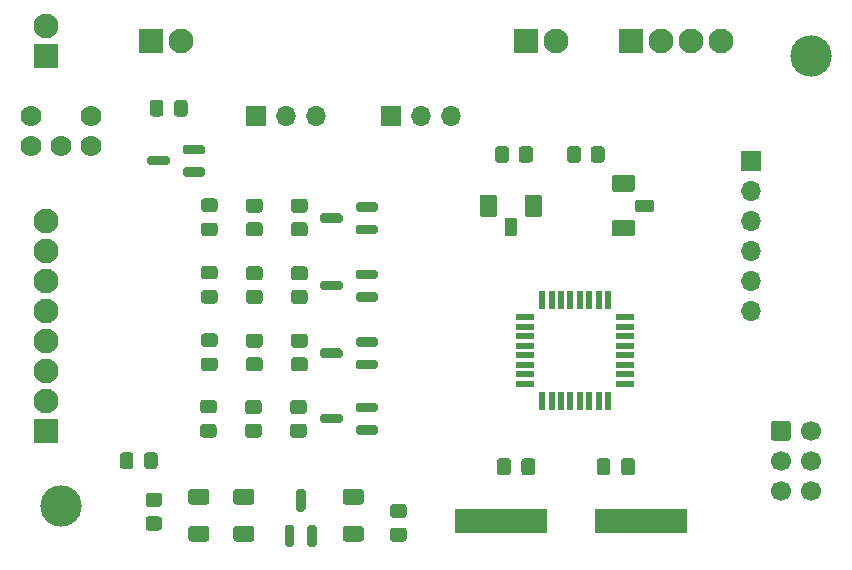
<source format=gts>
G04 #@! TF.GenerationSoftware,KiCad,Pcbnew,8.0.9-8.0.9-0~ubuntu22.04.1*
G04 #@! TF.CreationDate,2025-03-10T17:04:53-04:00*
G04 #@! TF.ProjectId,sfx-202502,7366782d-3230-4323-9530-322e6b696361,rev?*
G04 #@! TF.SameCoordinates,Original*
G04 #@! TF.FileFunction,Soldermask,Top*
G04 #@! TF.FilePolarity,Negative*
%FSLAX46Y46*%
G04 Gerber Fmt 4.6, Leading zero omitted, Abs format (unit mm)*
G04 Created by KiCad (PCBNEW 8.0.9-8.0.9-0~ubuntu22.04.1) date 2025-03-10 17:04:53*
%MOMM*%
%LPD*%
G01*
G04 APERTURE LIST*
%ADD10R,1.700000X1.700000*%
%ADD11O,1.700000X1.700000*%
%ADD12R,1.600000X0.550000*%
%ADD13R,0.550000X1.600000*%
%ADD14R,2.100000X2.100000*%
%ADD15C,2.100000*%
%ADD16C,3.500000*%
%ADD17R,7.875000X2.000000*%
%ADD18C,1.778000*%
%ADD19C,1.700000*%
G04 APERTURE END LIST*
G36*
G01*
X124899000Y-90983000D02*
X125799000Y-90983000D01*
G75*
G02*
X126049000Y-91233000I0J-250000D01*
G01*
X126049000Y-91933000D01*
G75*
G02*
X125799000Y-92183000I-250000J0D01*
G01*
X124899000Y-92183000D01*
G75*
G02*
X124649000Y-91933000I0J250000D01*
G01*
X124649000Y-91233000D01*
G75*
G02*
X124899000Y-90983000I250000J0D01*
G01*
G37*
G36*
G01*
X124899000Y-92983000D02*
X125799000Y-92983000D01*
G75*
G02*
X126049000Y-93233000I0J-250000D01*
G01*
X126049000Y-93933000D01*
G75*
G02*
X125799000Y-94183000I-250000J0D01*
G01*
X124899000Y-94183000D01*
G75*
G02*
X124649000Y-93933000I0J250000D01*
G01*
X124649000Y-93233000D01*
G75*
G02*
X124899000Y-92983000I250000J0D01*
G01*
G37*
G36*
G01*
X166090000Y-88298000D02*
X166090000Y-89248000D01*
G75*
G02*
X165840000Y-89498000I-250000J0D01*
G01*
X165165000Y-89498000D01*
G75*
G02*
X164915000Y-89248000I0J250000D01*
G01*
X164915000Y-88298000D01*
G75*
G02*
X165165000Y-88048000I250000J0D01*
G01*
X165840000Y-88048000D01*
G75*
G02*
X166090000Y-88298000I0J-250000D01*
G01*
G37*
G36*
G01*
X164015000Y-88298000D02*
X164015000Y-89248000D01*
G75*
G02*
X163765000Y-89498000I-250000J0D01*
G01*
X163090000Y-89498000D01*
G75*
G02*
X162840000Y-89248000I0J250000D01*
G01*
X162840000Y-88298000D01*
G75*
G02*
X163090000Y-88048000I250000J0D01*
G01*
X163765000Y-88048000D01*
G75*
G02*
X164015000Y-88298000I0J-250000D01*
G01*
G37*
G36*
G01*
X130498000Y-80680000D02*
X129598000Y-80680000D01*
G75*
G02*
X129348000Y-80430000I0J250000D01*
G01*
X129348000Y-79780000D01*
G75*
G02*
X129598000Y-79530000I250000J0D01*
G01*
X130498000Y-79530000D01*
G75*
G02*
X130748000Y-79780000I0J-250000D01*
G01*
X130748000Y-80430000D01*
G75*
G02*
X130498000Y-80680000I-250000J0D01*
G01*
G37*
G36*
G01*
X130498000Y-78630000D02*
X129598000Y-78630000D01*
G75*
G02*
X129348000Y-78380000I0J250000D01*
G01*
X129348000Y-77730000D01*
G75*
G02*
X129598000Y-77480000I250000J0D01*
G01*
X130498000Y-77480000D01*
G75*
G02*
X130748000Y-77730000I0J-250000D01*
G01*
X130748000Y-78380000D01*
G75*
G02*
X130498000Y-78630000I-250000J0D01*
G01*
G37*
D10*
X175895000Y-62865000D03*
D11*
X175895000Y-65405000D03*
X175895000Y-67945000D03*
X175895000Y-70485000D03*
X175895000Y-73025000D03*
X175895000Y-75565000D03*
G36*
G01*
X144333000Y-85459000D02*
X144333000Y-85859000D01*
G75*
G02*
X144133000Y-86059000I-200000J0D01*
G01*
X142633000Y-86059000D01*
G75*
G02*
X142433000Y-85859000I0J200000D01*
G01*
X142433000Y-85459000D01*
G75*
G02*
X142633000Y-85259000I200000J0D01*
G01*
X144133000Y-85259000D01*
G75*
G02*
X144333000Y-85459000I0J-200000D01*
G01*
G37*
G36*
G01*
X144333000Y-83559000D02*
X144333000Y-83959000D01*
G75*
G02*
X144133000Y-84159000I-200000J0D01*
G01*
X142633000Y-84159000D01*
G75*
G02*
X142433000Y-83959000I0J200000D01*
G01*
X142433000Y-83559000D01*
G75*
G02*
X142633000Y-83359000I200000J0D01*
G01*
X144133000Y-83359000D01*
G75*
G02*
X144333000Y-83559000I0J-200000D01*
G01*
G37*
G36*
G01*
X141333000Y-84509000D02*
X141333000Y-84909000D01*
G75*
G02*
X141133000Y-85109000I-200000J0D01*
G01*
X139633000Y-85109000D01*
G75*
G02*
X139433000Y-84909000I0J200000D01*
G01*
X139433000Y-84509000D01*
G75*
G02*
X139633000Y-84309000I200000J0D01*
G01*
X141133000Y-84309000D01*
G75*
G02*
X141333000Y-84509000I0J-200000D01*
G01*
G37*
G36*
G01*
X154405000Y-89248000D02*
X154405000Y-88298000D01*
G75*
G02*
X154655000Y-88048000I250000J0D01*
G01*
X155330000Y-88048000D01*
G75*
G02*
X155580000Y-88298000I0J-250000D01*
G01*
X155580000Y-89248000D01*
G75*
G02*
X155330000Y-89498000I-250000J0D01*
G01*
X154655000Y-89498000D01*
G75*
G02*
X154405000Y-89248000I0J250000D01*
G01*
G37*
G36*
G01*
X156480000Y-89248000D02*
X156480000Y-88298000D01*
G75*
G02*
X156730000Y-88048000I250000J0D01*
G01*
X157405000Y-88048000D01*
G75*
G02*
X157655000Y-88298000I0J-250000D01*
G01*
X157655000Y-89248000D01*
G75*
G02*
X157405000Y-89498000I-250000J0D01*
G01*
X156730000Y-89498000D01*
G75*
G02*
X156480000Y-89248000I0J250000D01*
G01*
G37*
D10*
X133985000Y-59055000D03*
D11*
X136525000Y-59055000D03*
X139065000Y-59055000D03*
G36*
G01*
X160325000Y-62785000D02*
X160325000Y-61885000D01*
G75*
G02*
X160575000Y-61635000I250000J0D01*
G01*
X161275000Y-61635000D01*
G75*
G02*
X161525000Y-61885000I0J-250000D01*
G01*
X161525000Y-62785000D01*
G75*
G02*
X161275000Y-63035000I-250000J0D01*
G01*
X160575000Y-63035000D01*
G75*
G02*
X160325000Y-62785000I0J250000D01*
G01*
G37*
G36*
G01*
X162325000Y-62785000D02*
X162325000Y-61885000D01*
G75*
G02*
X162575000Y-61635000I250000J0D01*
G01*
X163275000Y-61635000D01*
G75*
G02*
X163525000Y-61885000I0J-250000D01*
G01*
X163525000Y-62785000D01*
G75*
G02*
X163275000Y-63035000I-250000J0D01*
G01*
X162575000Y-63035000D01*
G75*
G02*
X162325000Y-62785000I0J250000D01*
G01*
G37*
G36*
G01*
X134308000Y-69275000D02*
X133408000Y-69275000D01*
G75*
G02*
X133158000Y-69025000I0J250000D01*
G01*
X133158000Y-68325000D01*
G75*
G02*
X133408000Y-68075000I250000J0D01*
G01*
X134308000Y-68075000D01*
G75*
G02*
X134558000Y-68325000I0J-250000D01*
G01*
X134558000Y-69025000D01*
G75*
G02*
X134308000Y-69275000I-250000J0D01*
G01*
G37*
G36*
G01*
X134308000Y-67275000D02*
X133408000Y-67275000D01*
G75*
G02*
X133158000Y-67025000I0J250000D01*
G01*
X133158000Y-66325000D01*
G75*
G02*
X133408000Y-66075000I250000J0D01*
G01*
X134308000Y-66075000D01*
G75*
G02*
X134558000Y-66325000I0J-250000D01*
G01*
X134558000Y-67025000D01*
G75*
G02*
X134308000Y-67275000I-250000J0D01*
G01*
G37*
G36*
G01*
X138118000Y-80705000D02*
X137218000Y-80705000D01*
G75*
G02*
X136968000Y-80455000I0J250000D01*
G01*
X136968000Y-79755000D01*
G75*
G02*
X137218000Y-79505000I250000J0D01*
G01*
X138118000Y-79505000D01*
G75*
G02*
X138368000Y-79755000I0J-250000D01*
G01*
X138368000Y-80455000D01*
G75*
G02*
X138118000Y-80705000I-250000J0D01*
G01*
G37*
G36*
G01*
X138118000Y-78705000D02*
X137218000Y-78705000D01*
G75*
G02*
X136968000Y-78455000I0J250000D01*
G01*
X136968000Y-77755000D01*
G75*
G02*
X137218000Y-77505000I250000J0D01*
G01*
X138118000Y-77505000D01*
G75*
G02*
X138368000Y-77755000I0J-250000D01*
G01*
X138368000Y-78455000D01*
G75*
G02*
X138118000Y-78705000I-250000J0D01*
G01*
G37*
G36*
G01*
X144333000Y-79905000D02*
X144333000Y-80305000D01*
G75*
G02*
X144133000Y-80505000I-200000J0D01*
G01*
X142633000Y-80505000D01*
G75*
G02*
X142433000Y-80305000I0J200000D01*
G01*
X142433000Y-79905000D01*
G75*
G02*
X142633000Y-79705000I200000J0D01*
G01*
X144133000Y-79705000D01*
G75*
G02*
X144333000Y-79905000I0J-200000D01*
G01*
G37*
G36*
G01*
X144333000Y-78005000D02*
X144333000Y-78405000D01*
G75*
G02*
X144133000Y-78605000I-200000J0D01*
G01*
X142633000Y-78605000D01*
G75*
G02*
X142433000Y-78405000I0J200000D01*
G01*
X142433000Y-78005000D01*
G75*
G02*
X142633000Y-77805000I200000J0D01*
G01*
X144133000Y-77805000D01*
G75*
G02*
X144333000Y-78005000I0J-200000D01*
G01*
G37*
G36*
G01*
X141333000Y-78955000D02*
X141333000Y-79355000D01*
G75*
G02*
X141133000Y-79555000I-200000J0D01*
G01*
X139633000Y-79555000D01*
G75*
G02*
X139433000Y-79355000I0J200000D01*
G01*
X139433000Y-78955000D01*
G75*
G02*
X139633000Y-78755000I200000J0D01*
G01*
X141133000Y-78755000D01*
G75*
G02*
X141333000Y-78955000I0J-200000D01*
G01*
G37*
G36*
G01*
X130419000Y-86300000D02*
X129519000Y-86300000D01*
G75*
G02*
X129269000Y-86050000I0J250000D01*
G01*
X129269000Y-85400000D01*
G75*
G02*
X129519000Y-85150000I250000J0D01*
G01*
X130419000Y-85150000D01*
G75*
G02*
X130669000Y-85400000I0J-250000D01*
G01*
X130669000Y-86050000D01*
G75*
G02*
X130419000Y-86300000I-250000J0D01*
G01*
G37*
G36*
G01*
X130419000Y-84250000D02*
X129519000Y-84250000D01*
G75*
G02*
X129269000Y-84000000I0J250000D01*
G01*
X129269000Y-83350000D01*
G75*
G02*
X129519000Y-83100000I250000J0D01*
G01*
X130419000Y-83100000D01*
G75*
G02*
X130669000Y-83350000I0J-250000D01*
G01*
X130669000Y-84000000D01*
G75*
G02*
X130419000Y-84250000I-250000J0D01*
G01*
G37*
G36*
G01*
X144333000Y-74190000D02*
X144333000Y-74590000D01*
G75*
G02*
X144133000Y-74790000I-200000J0D01*
G01*
X142633000Y-74790000D01*
G75*
G02*
X142433000Y-74590000I0J200000D01*
G01*
X142433000Y-74190000D01*
G75*
G02*
X142633000Y-73990000I200000J0D01*
G01*
X144133000Y-73990000D01*
G75*
G02*
X144333000Y-74190000I0J-200000D01*
G01*
G37*
G36*
G01*
X144333000Y-72290000D02*
X144333000Y-72690000D01*
G75*
G02*
X144133000Y-72890000I-200000J0D01*
G01*
X142633000Y-72890000D01*
G75*
G02*
X142433000Y-72690000I0J200000D01*
G01*
X142433000Y-72290000D01*
G75*
G02*
X142633000Y-72090000I200000J0D01*
G01*
X144133000Y-72090000D01*
G75*
G02*
X144333000Y-72290000I0J-200000D01*
G01*
G37*
G36*
G01*
X141333000Y-73240000D02*
X141333000Y-73640000D01*
G75*
G02*
X141133000Y-73840000I-200000J0D01*
G01*
X139633000Y-73840000D01*
G75*
G02*
X139433000Y-73640000I0J200000D01*
G01*
X139433000Y-73240000D01*
G75*
G02*
X139633000Y-73040000I200000J0D01*
G01*
X141133000Y-73040000D01*
G75*
G02*
X141333000Y-73240000I0J-200000D01*
G01*
G37*
G36*
G01*
X134229000Y-86325000D02*
X133329000Y-86325000D01*
G75*
G02*
X133079000Y-86075000I0J250000D01*
G01*
X133079000Y-85375000D01*
G75*
G02*
X133329000Y-85125000I250000J0D01*
G01*
X134229000Y-85125000D01*
G75*
G02*
X134479000Y-85375000I0J-250000D01*
G01*
X134479000Y-86075000D01*
G75*
G02*
X134229000Y-86325000I-250000J0D01*
G01*
G37*
G36*
G01*
X134229000Y-84325000D02*
X133329000Y-84325000D01*
G75*
G02*
X133079000Y-84075000I0J250000D01*
G01*
X133079000Y-83375000D01*
G75*
G02*
X133329000Y-83125000I250000J0D01*
G01*
X134229000Y-83125000D01*
G75*
G02*
X134479000Y-83375000I0J-250000D01*
G01*
X134479000Y-84075000D01*
G75*
G02*
X134229000Y-84325000I-250000J0D01*
G01*
G37*
G36*
G01*
X128509000Y-90660000D02*
X129809000Y-90660000D01*
G75*
G02*
X130059000Y-90910000I0J-250000D01*
G01*
X130059000Y-91735000D01*
G75*
G02*
X129809000Y-91985000I-250000J0D01*
G01*
X128509000Y-91985000D01*
G75*
G02*
X128259000Y-91735000I0J250000D01*
G01*
X128259000Y-90910000D01*
G75*
G02*
X128509000Y-90660000I250000J0D01*
G01*
G37*
G36*
G01*
X128509000Y-93785000D02*
X129809000Y-93785000D01*
G75*
G02*
X130059000Y-94035000I0J-250000D01*
G01*
X130059000Y-94860000D01*
G75*
G02*
X129809000Y-95110000I-250000J0D01*
G01*
X128509000Y-95110000D01*
G75*
G02*
X128259000Y-94860000I0J250000D01*
G01*
X128259000Y-94035000D01*
G75*
G02*
X128509000Y-93785000I250000J0D01*
G01*
G37*
G36*
G01*
X144333000Y-68475000D02*
X144333000Y-68875000D01*
G75*
G02*
X144133000Y-69075000I-200000J0D01*
G01*
X142633000Y-69075000D01*
G75*
G02*
X142433000Y-68875000I0J200000D01*
G01*
X142433000Y-68475000D01*
G75*
G02*
X142633000Y-68275000I200000J0D01*
G01*
X144133000Y-68275000D01*
G75*
G02*
X144333000Y-68475000I0J-200000D01*
G01*
G37*
G36*
G01*
X144333000Y-66575000D02*
X144333000Y-66975000D01*
G75*
G02*
X144133000Y-67175000I-200000J0D01*
G01*
X142633000Y-67175000D01*
G75*
G02*
X142433000Y-66975000I0J200000D01*
G01*
X142433000Y-66575000D01*
G75*
G02*
X142633000Y-66375000I200000J0D01*
G01*
X144133000Y-66375000D01*
G75*
G02*
X144333000Y-66575000I0J-200000D01*
G01*
G37*
G36*
G01*
X141333000Y-67525000D02*
X141333000Y-67925000D01*
G75*
G02*
X141133000Y-68125000I-200000J0D01*
G01*
X139633000Y-68125000D01*
G75*
G02*
X139433000Y-67925000I0J200000D01*
G01*
X139433000Y-67525000D01*
G75*
G02*
X139633000Y-67325000I200000J0D01*
G01*
X141133000Y-67325000D01*
G75*
G02*
X141333000Y-67525000I0J-200000D01*
G01*
G37*
D12*
X156780000Y-76135000D03*
X156780000Y-76935000D03*
X156780000Y-77735000D03*
X156780000Y-78535000D03*
X156780000Y-79335000D03*
X156780000Y-80135000D03*
X156780000Y-80935000D03*
X156780000Y-81735000D03*
D13*
X158230000Y-83185000D03*
X159030000Y-83185000D03*
X159830000Y-83185000D03*
X160630000Y-83185000D03*
X161430000Y-83185000D03*
X162230000Y-83185000D03*
X163030000Y-83185000D03*
X163830000Y-83185000D03*
D12*
X165280000Y-81735000D03*
X165280000Y-80935000D03*
X165280000Y-80135000D03*
X165280000Y-79335000D03*
X165280000Y-78535000D03*
X165280000Y-77735000D03*
X165280000Y-76935000D03*
X165280000Y-76135000D03*
D13*
X163830000Y-74685000D03*
X163030000Y-74685000D03*
X162230000Y-74685000D03*
X161430000Y-74685000D03*
X160630000Y-74685000D03*
X159830000Y-74685000D03*
X159030000Y-74685000D03*
X158230000Y-74685000D03*
G36*
G01*
X137045000Y-95565000D02*
X136645000Y-95565000D01*
G75*
G02*
X136445000Y-95365000I0J200000D01*
G01*
X136445000Y-93865000D01*
G75*
G02*
X136645000Y-93665000I200000J0D01*
G01*
X137045000Y-93665000D01*
G75*
G02*
X137245000Y-93865000I0J-200000D01*
G01*
X137245000Y-95365000D01*
G75*
G02*
X137045000Y-95565000I-200000J0D01*
G01*
G37*
G36*
G01*
X138945000Y-95565000D02*
X138545000Y-95565000D01*
G75*
G02*
X138345000Y-95365000I0J200000D01*
G01*
X138345000Y-93865000D01*
G75*
G02*
X138545000Y-93665000I200000J0D01*
G01*
X138945000Y-93665000D01*
G75*
G02*
X139145000Y-93865000I0J-200000D01*
G01*
X139145000Y-95365000D01*
G75*
G02*
X138945000Y-95565000I-200000J0D01*
G01*
G37*
G36*
G01*
X137995000Y-92565000D02*
X137595000Y-92565000D01*
G75*
G02*
X137395000Y-92365000I0J200000D01*
G01*
X137395000Y-90865000D01*
G75*
G02*
X137595000Y-90665000I200000J0D01*
G01*
X137995000Y-90665000D01*
G75*
G02*
X138195000Y-90865000I0J-200000D01*
G01*
X138195000Y-92365000D01*
G75*
G02*
X137995000Y-92565000I-200000J0D01*
G01*
G37*
G36*
G01*
X138118000Y-74990000D02*
X137218000Y-74990000D01*
G75*
G02*
X136968000Y-74740000I0J250000D01*
G01*
X136968000Y-74040000D01*
G75*
G02*
X137218000Y-73790000I250000J0D01*
G01*
X138118000Y-73790000D01*
G75*
G02*
X138368000Y-74040000I0J-250000D01*
G01*
X138368000Y-74740000D01*
G75*
G02*
X138118000Y-74990000I-250000J0D01*
G01*
G37*
G36*
G01*
X138118000Y-72990000D02*
X137218000Y-72990000D01*
G75*
G02*
X136968000Y-72740000I0J250000D01*
G01*
X136968000Y-72040000D01*
G75*
G02*
X137218000Y-71790000I250000J0D01*
G01*
X138118000Y-71790000D01*
G75*
G02*
X138368000Y-72040000I0J-250000D01*
G01*
X138368000Y-72740000D01*
G75*
G02*
X138118000Y-72990000I-250000J0D01*
G01*
G37*
G36*
G01*
X156773000Y-67525000D02*
X156773000Y-65825000D01*
G75*
G02*
X156875000Y-65723000I102000J0D01*
G01*
X158075000Y-65723000D01*
G75*
G02*
X158177000Y-65825000I0J-102000D01*
G01*
X158177000Y-67525000D01*
G75*
G02*
X158075000Y-67627000I-102000J0D01*
G01*
X156875000Y-67627000D01*
G75*
G02*
X156773000Y-67525000I0J102000D01*
G01*
G37*
G36*
G01*
X152973000Y-67525000D02*
X152973000Y-65825000D01*
G75*
G02*
X153075000Y-65723000I102000J0D01*
G01*
X154275000Y-65723000D01*
G75*
G02*
X154377000Y-65825000I0J-102000D01*
G01*
X154377000Y-67525000D01*
G75*
G02*
X154275000Y-67627000I-102000J0D01*
G01*
X153075000Y-67627000D01*
G75*
G02*
X152973000Y-67525000I0J102000D01*
G01*
G37*
G36*
G01*
X155073000Y-69175000D02*
X155073000Y-67775000D01*
G75*
G02*
X155175000Y-67673000I102000J0D01*
G01*
X155975000Y-67673000D01*
G75*
G02*
X156077000Y-67775000I0J-102000D01*
G01*
X156077000Y-69175000D01*
G75*
G02*
X155975000Y-69277000I-102000J0D01*
G01*
X155175000Y-69277000D01*
G75*
G02*
X155073000Y-69175000I0J102000D01*
G01*
G37*
G36*
G01*
X138118000Y-69275000D02*
X137218000Y-69275000D01*
G75*
G02*
X136968000Y-69025000I0J250000D01*
G01*
X136968000Y-68325000D01*
G75*
G02*
X137218000Y-68075000I250000J0D01*
G01*
X138118000Y-68075000D01*
G75*
G02*
X138368000Y-68325000I0J-250000D01*
G01*
X138368000Y-69025000D01*
G75*
G02*
X138118000Y-69275000I-250000J0D01*
G01*
G37*
G36*
G01*
X138118000Y-67275000D02*
X137218000Y-67275000D01*
G75*
G02*
X136968000Y-67025000I0J250000D01*
G01*
X136968000Y-66325000D01*
G75*
G02*
X137218000Y-66075000I250000J0D01*
G01*
X138118000Y-66075000D01*
G75*
G02*
X138368000Y-66325000I0J-250000D01*
G01*
X138368000Y-67025000D01*
G75*
G02*
X138118000Y-67275000I-250000J0D01*
G01*
G37*
D10*
X145415000Y-59055000D03*
D11*
X147955000Y-59055000D03*
X150495000Y-59055000D03*
G36*
G01*
X132319000Y-90660000D02*
X133619000Y-90660000D01*
G75*
G02*
X133869000Y-90910000I0J-250000D01*
G01*
X133869000Y-91735000D01*
G75*
G02*
X133619000Y-91985000I-250000J0D01*
G01*
X132319000Y-91985000D01*
G75*
G02*
X132069000Y-91735000I0J250000D01*
G01*
X132069000Y-90910000D01*
G75*
G02*
X132319000Y-90660000I250000J0D01*
G01*
G37*
G36*
G01*
X132319000Y-93785000D02*
X133619000Y-93785000D01*
G75*
G02*
X133869000Y-94035000I0J-250000D01*
G01*
X133869000Y-94860000D01*
G75*
G02*
X133619000Y-95110000I-250000J0D01*
G01*
X132319000Y-95110000D01*
G75*
G02*
X132069000Y-94860000I0J250000D01*
G01*
X132069000Y-94035000D01*
G75*
G02*
X132319000Y-93785000I250000J0D01*
G01*
G37*
G36*
G01*
X142890000Y-95110000D02*
X141590000Y-95110000D01*
G75*
G02*
X141340000Y-94860000I0J250000D01*
G01*
X141340000Y-94035000D01*
G75*
G02*
X141590000Y-93785000I250000J0D01*
G01*
X142890000Y-93785000D01*
G75*
G02*
X143140000Y-94035000I0J-250000D01*
G01*
X143140000Y-94860000D01*
G75*
G02*
X142890000Y-95110000I-250000J0D01*
G01*
G37*
G36*
G01*
X142890000Y-91985000D02*
X141590000Y-91985000D01*
G75*
G02*
X141340000Y-91735000I0J250000D01*
G01*
X141340000Y-90910000D01*
G75*
G02*
X141590000Y-90660000I250000J0D01*
G01*
X142890000Y-90660000D01*
G75*
G02*
X143140000Y-90910000I0J-250000D01*
G01*
X143140000Y-91735000D01*
G75*
G02*
X142890000Y-91985000I-250000J0D01*
G01*
G37*
D14*
X116205000Y-85725000D03*
D15*
X116205000Y-83185000D03*
X116205000Y-80645000D03*
X116205000Y-78105000D03*
X116205000Y-75565000D03*
X116205000Y-73025000D03*
X116205000Y-70485000D03*
X116205000Y-67945000D03*
G36*
G01*
X130498000Y-74965000D02*
X129598000Y-74965000D01*
G75*
G02*
X129348000Y-74715000I0J250000D01*
G01*
X129348000Y-74065000D01*
G75*
G02*
X129598000Y-73815000I250000J0D01*
G01*
X130498000Y-73815000D01*
G75*
G02*
X130748000Y-74065000I0J-250000D01*
G01*
X130748000Y-74715000D01*
G75*
G02*
X130498000Y-74965000I-250000J0D01*
G01*
G37*
G36*
G01*
X130498000Y-72915000D02*
X129598000Y-72915000D01*
G75*
G02*
X129348000Y-72665000I0J250000D01*
G01*
X129348000Y-72015000D01*
G75*
G02*
X129598000Y-71765000I250000J0D01*
G01*
X130498000Y-71765000D01*
G75*
G02*
X130748000Y-72015000I0J-250000D01*
G01*
X130748000Y-72665000D01*
G75*
G02*
X130498000Y-72915000I-250000J0D01*
G01*
G37*
G36*
G01*
X125679000Y-87815000D02*
X125679000Y-88715000D01*
G75*
G02*
X125429000Y-88965000I-250000J0D01*
G01*
X124779000Y-88965000D01*
G75*
G02*
X124529000Y-88715000I0J250000D01*
G01*
X124529000Y-87815000D01*
G75*
G02*
X124779000Y-87565000I250000J0D01*
G01*
X125429000Y-87565000D01*
G75*
G02*
X125679000Y-87815000I0J-250000D01*
G01*
G37*
G36*
G01*
X123629000Y-87815000D02*
X123629000Y-88715000D01*
G75*
G02*
X123379000Y-88965000I-250000J0D01*
G01*
X122729000Y-88965000D01*
G75*
G02*
X122479000Y-88715000I0J250000D01*
G01*
X122479000Y-87815000D01*
G75*
G02*
X122729000Y-87565000I250000J0D01*
G01*
X123379000Y-87565000D01*
G75*
G02*
X123629000Y-87815000I0J-250000D01*
G01*
G37*
D14*
X156845000Y-52705000D03*
D15*
X159385000Y-52705000D03*
G36*
G01*
X157440000Y-61885000D02*
X157440000Y-62785000D01*
G75*
G02*
X157190000Y-63035000I-250000J0D01*
G01*
X156490000Y-63035000D01*
G75*
G02*
X156240000Y-62785000I0J250000D01*
G01*
X156240000Y-61885000D01*
G75*
G02*
X156490000Y-61635000I250000J0D01*
G01*
X157190000Y-61635000D01*
G75*
G02*
X157440000Y-61885000I0J-250000D01*
G01*
G37*
G36*
G01*
X155440000Y-61885000D02*
X155440000Y-62785000D01*
G75*
G02*
X155190000Y-63035000I-250000J0D01*
G01*
X154490000Y-63035000D01*
G75*
G02*
X154240000Y-62785000I0J250000D01*
G01*
X154240000Y-61885000D01*
G75*
G02*
X154490000Y-61635000I250000J0D01*
G01*
X155190000Y-61635000D01*
G75*
G02*
X155440000Y-61885000I0J-250000D01*
G01*
G37*
G36*
G01*
X134308000Y-80705000D02*
X133408000Y-80705000D01*
G75*
G02*
X133158000Y-80455000I0J250000D01*
G01*
X133158000Y-79755000D01*
G75*
G02*
X133408000Y-79505000I250000J0D01*
G01*
X134308000Y-79505000D01*
G75*
G02*
X134558000Y-79755000I0J-250000D01*
G01*
X134558000Y-80455000D01*
G75*
G02*
X134308000Y-80705000I-250000J0D01*
G01*
G37*
G36*
G01*
X134308000Y-78705000D02*
X133408000Y-78705000D01*
G75*
G02*
X133158000Y-78455000I0J250000D01*
G01*
X133158000Y-77755000D01*
G75*
G02*
X133408000Y-77505000I250000J0D01*
G01*
X134308000Y-77505000D01*
G75*
G02*
X134558000Y-77755000I0J-250000D01*
G01*
X134558000Y-78455000D01*
G75*
G02*
X134308000Y-78705000I-250000J0D01*
G01*
G37*
G36*
G01*
X165950000Y-65477000D02*
X164250000Y-65477000D01*
G75*
G02*
X164148000Y-65375000I0J102000D01*
G01*
X164148000Y-64175000D01*
G75*
G02*
X164250000Y-64073000I102000J0D01*
G01*
X165950000Y-64073000D01*
G75*
G02*
X166052000Y-64175000I0J-102000D01*
G01*
X166052000Y-65375000D01*
G75*
G02*
X165950000Y-65477000I-102000J0D01*
G01*
G37*
G36*
G01*
X165950000Y-69277000D02*
X164250000Y-69277000D01*
G75*
G02*
X164148000Y-69175000I0J102000D01*
G01*
X164148000Y-67975000D01*
G75*
G02*
X164250000Y-67873000I102000J0D01*
G01*
X165950000Y-67873000D01*
G75*
G02*
X166052000Y-67975000I0J-102000D01*
G01*
X166052000Y-69175000D01*
G75*
G02*
X165950000Y-69277000I-102000J0D01*
G01*
G37*
G36*
G01*
X167600000Y-67177000D02*
X166200000Y-67177000D01*
G75*
G02*
X166098000Y-67075000I0J102000D01*
G01*
X166098000Y-66275000D01*
G75*
G02*
X166200000Y-66173000I102000J0D01*
G01*
X167600000Y-66173000D01*
G75*
G02*
X167702000Y-66275000I0J-102000D01*
G01*
X167702000Y-67075000D01*
G75*
G02*
X167600000Y-67177000I-102000J0D01*
G01*
G37*
D16*
X117475000Y-92075000D03*
G36*
G01*
X130498000Y-69250000D02*
X129598000Y-69250000D01*
G75*
G02*
X129348000Y-69000000I0J250000D01*
G01*
X129348000Y-68350000D01*
G75*
G02*
X129598000Y-68100000I250000J0D01*
G01*
X130498000Y-68100000D01*
G75*
G02*
X130748000Y-68350000I0J-250000D01*
G01*
X130748000Y-69000000D01*
G75*
G02*
X130498000Y-69250000I-250000J0D01*
G01*
G37*
G36*
G01*
X130498000Y-67200000D02*
X129598000Y-67200000D01*
G75*
G02*
X129348000Y-66950000I0J250000D01*
G01*
X129348000Y-66300000D01*
G75*
G02*
X129598000Y-66050000I250000J0D01*
G01*
X130498000Y-66050000D01*
G75*
G02*
X130748000Y-66300000I0J-250000D01*
G01*
X130748000Y-66950000D01*
G75*
G02*
X130498000Y-67200000I-250000J0D01*
G01*
G37*
D17*
X154717500Y-93345000D03*
X166592500Y-93345000D03*
D18*
X114935000Y-61595000D03*
X117475000Y-61595000D03*
X120015000Y-61595000D03*
X114935000Y-59055000D03*
X120015000Y-59055000D03*
G36*
G01*
X129695000Y-63615000D02*
X129695000Y-64015000D01*
G75*
G02*
X129495000Y-64215000I-200000J0D01*
G01*
X127995000Y-64215000D01*
G75*
G02*
X127795000Y-64015000I0J200000D01*
G01*
X127795000Y-63615000D01*
G75*
G02*
X127995000Y-63415000I200000J0D01*
G01*
X129495000Y-63415000D01*
G75*
G02*
X129695000Y-63615000I0J-200000D01*
G01*
G37*
G36*
G01*
X129695000Y-61715000D02*
X129695000Y-62115000D01*
G75*
G02*
X129495000Y-62315000I-200000J0D01*
G01*
X127995000Y-62315000D01*
G75*
G02*
X127795000Y-62115000I0J200000D01*
G01*
X127795000Y-61715000D01*
G75*
G02*
X127995000Y-61515000I200000J0D01*
G01*
X129495000Y-61515000D01*
G75*
G02*
X129695000Y-61715000I0J-200000D01*
G01*
G37*
G36*
G01*
X126695000Y-62665000D02*
X126695000Y-63065000D01*
G75*
G02*
X126495000Y-63265000I-200000J0D01*
G01*
X124995000Y-63265000D01*
G75*
G02*
X124795000Y-63065000I0J200000D01*
G01*
X124795000Y-62665000D01*
G75*
G02*
X124995000Y-62465000I200000J0D01*
G01*
X126495000Y-62465000D01*
G75*
G02*
X126695000Y-62665000I0J-200000D01*
G01*
G37*
D16*
X180975000Y-53975000D03*
G36*
G01*
X177585000Y-86325000D02*
X177585000Y-85125000D01*
G75*
G02*
X177835000Y-84875000I250000J0D01*
G01*
X179035000Y-84875000D01*
G75*
G02*
X179285000Y-85125000I0J-250000D01*
G01*
X179285000Y-86325000D01*
G75*
G02*
X179035000Y-86575000I-250000J0D01*
G01*
X177835000Y-86575000D01*
G75*
G02*
X177585000Y-86325000I0J250000D01*
G01*
G37*
D19*
X180975000Y-85725000D03*
X178435000Y-88265000D03*
X180975000Y-88265000D03*
X178435000Y-90805000D03*
X180975000Y-90805000D03*
G36*
G01*
X134308000Y-74990000D02*
X133408000Y-74990000D01*
G75*
G02*
X133158000Y-74740000I0J250000D01*
G01*
X133158000Y-74040000D01*
G75*
G02*
X133408000Y-73790000I250000J0D01*
G01*
X134308000Y-73790000D01*
G75*
G02*
X134558000Y-74040000I0J-250000D01*
G01*
X134558000Y-74740000D01*
G75*
G02*
X134308000Y-74990000I-250000J0D01*
G01*
G37*
G36*
G01*
X134308000Y-72990000D02*
X133408000Y-72990000D01*
G75*
G02*
X133158000Y-72740000I0J250000D01*
G01*
X133158000Y-72040000D01*
G75*
G02*
X133408000Y-71790000I250000J0D01*
G01*
X134308000Y-71790000D01*
G75*
G02*
X134558000Y-72040000I0J-250000D01*
G01*
X134558000Y-72740000D01*
G75*
G02*
X134308000Y-72990000I-250000J0D01*
G01*
G37*
G36*
G01*
X138039000Y-86325000D02*
X137139000Y-86325000D01*
G75*
G02*
X136889000Y-86075000I0J250000D01*
G01*
X136889000Y-85375000D01*
G75*
G02*
X137139000Y-85125000I250000J0D01*
G01*
X138039000Y-85125000D01*
G75*
G02*
X138289000Y-85375000I0J-250000D01*
G01*
X138289000Y-86075000D01*
G75*
G02*
X138039000Y-86325000I-250000J0D01*
G01*
G37*
G36*
G01*
X138039000Y-84325000D02*
X137139000Y-84325000D01*
G75*
G02*
X136889000Y-84075000I0J250000D01*
G01*
X136889000Y-83375000D01*
G75*
G02*
X137139000Y-83125000I250000J0D01*
G01*
X138039000Y-83125000D01*
G75*
G02*
X138289000Y-83375000I0J-250000D01*
G01*
X138289000Y-84075000D01*
G75*
G02*
X138039000Y-84325000I-250000J0D01*
G01*
G37*
G36*
G01*
X146500000Y-95120000D02*
X145600000Y-95120000D01*
G75*
G02*
X145350000Y-94870000I0J250000D01*
G01*
X145350000Y-94170000D01*
G75*
G02*
X145600000Y-93920000I250000J0D01*
G01*
X146500000Y-93920000D01*
G75*
G02*
X146750000Y-94170000I0J-250000D01*
G01*
X146750000Y-94870000D01*
G75*
G02*
X146500000Y-95120000I-250000J0D01*
G01*
G37*
G36*
G01*
X146500000Y-93120000D02*
X145600000Y-93120000D01*
G75*
G02*
X145350000Y-92870000I0J250000D01*
G01*
X145350000Y-92170000D01*
G75*
G02*
X145600000Y-91920000I250000J0D01*
G01*
X146500000Y-91920000D01*
G75*
G02*
X146750000Y-92170000I0J-250000D01*
G01*
X146750000Y-92870000D01*
G75*
G02*
X146500000Y-93120000I-250000J0D01*
G01*
G37*
D14*
X125095000Y-52705000D03*
D15*
X127635000Y-52705000D03*
D14*
X116205000Y-53975000D03*
D15*
X116205000Y-51435000D03*
G36*
G01*
X128210000Y-57970000D02*
X128210000Y-58870000D01*
G75*
G02*
X127960000Y-59120000I-250000J0D01*
G01*
X127310000Y-59120000D01*
G75*
G02*
X127060000Y-58870000I0J250000D01*
G01*
X127060000Y-57970000D01*
G75*
G02*
X127310000Y-57720000I250000J0D01*
G01*
X127960000Y-57720000D01*
G75*
G02*
X128210000Y-57970000I0J-250000D01*
G01*
G37*
G36*
G01*
X126160000Y-57970000D02*
X126160000Y-58870000D01*
G75*
G02*
X125910000Y-59120000I-250000J0D01*
G01*
X125260000Y-59120000D01*
G75*
G02*
X125010000Y-58870000I0J250000D01*
G01*
X125010000Y-57970000D01*
G75*
G02*
X125260000Y-57720000I250000J0D01*
G01*
X125910000Y-57720000D01*
G75*
G02*
X126160000Y-57970000I0J-250000D01*
G01*
G37*
D14*
X165735000Y-52705000D03*
D15*
X168275000Y-52705000D03*
X170815000Y-52705000D03*
X173355000Y-52705000D03*
M02*

</source>
